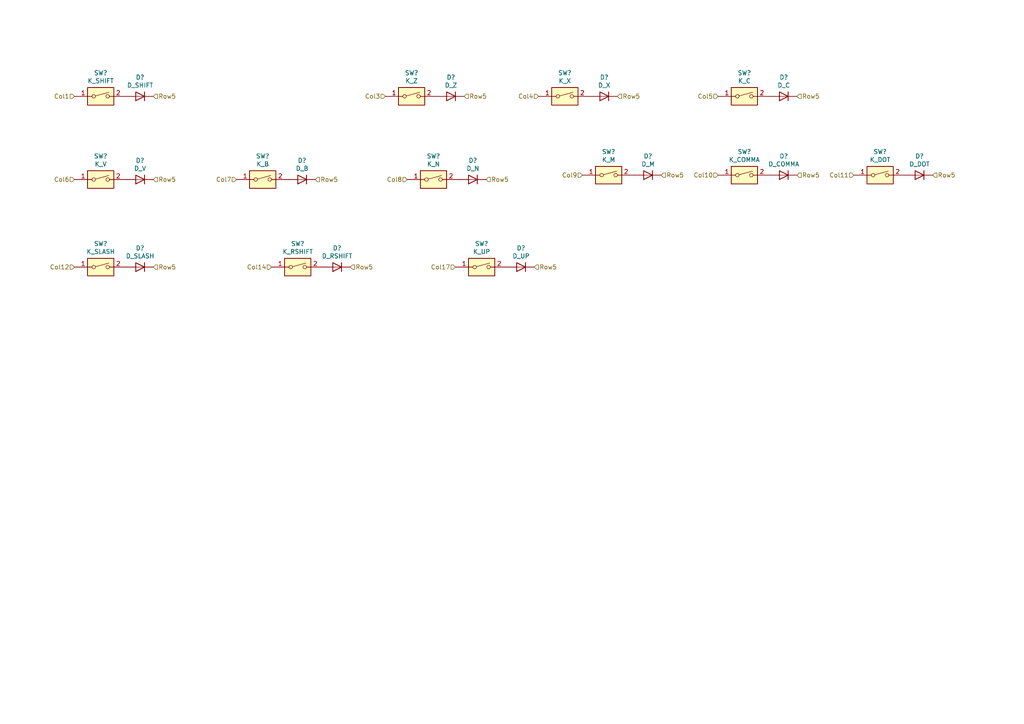
<source format=kicad_sch>
(kicad_sch (version 20230121) (generator eeschema)
  (paper "A4")
  (lib_symbols
    (symbol "Device:D" (pin_numbers hide) (pin_names (offset 1.016) hide)
      (property "Reference" "D" (at 0 2.54 0))
      (property "Value" "D" (at 0 -2.54 0))
      (symbol "D_0_1"
        (polyline (pts (xy -1.27 1.27) (xy -1.27 -1.27)) (stroke (width 0.254)))
        (polyline (pts (xy 1.27 0) (xy -1.27 0)))
        (polyline (pts (xy 1.27 1.27) (xy 1.27 -1.27) (xy -1.27 0) (xy 1.27 1.27)) (stroke (width 0.254)))
      )
      (symbol "D_1_1"
        (pin passive line (at -3.81 0 0) (length 2.54) (name "K") (number "1"))
        (pin passive line (at 3.81 0 180) (length 2.54) (name "A") (number "2"))
      )
    )
    (symbol "Switch:SW_DIP_x01" (pin_names (offset 0) hide)
      (property "Reference" "SW" (at 0 3.81 0))
      (property "Value" "SW_DIP_x01" (at 0 -3.81 0))
      (symbol "SW_DIP_x01_0_0"
        (circle (center -2.032 0) (radius 0.508))
        (polyline (pts (xy -1.524 0.127) (xy 2.3622 1.1684)))
        (circle (center 2.032 0) (radius 0.508))
      )
      (symbol "SW_DIP_x01_0_1"
        (rectangle (start -3.81 2.54) (end 3.81 -2.54) (stroke (width 0.254)) (fill (type background)))
      )
      (symbol "SW_DIP_x01_1_1"
        (pin passive line (at -7.62 0 0) (length 5.08) (name "~") (number "1"))
        (pin passive line (at 7.62 0 180) (length 5.08) (name "~") (number "2"))
      )
    )
  )
  (hierarchical_label "Col1" (shape input) (at 21.59 27.94 180))
  (hierarchical_label "Col4" (shape input) (at 156.21 27.94 180))
  (hierarchical_label "Row5" (shape input) (at 231.14 50.8 0))
  (hierarchical_label "Row5" (shape input) (at 231.14 27.94 0))
  (hierarchical_label "Col9" (shape input) (at 168.91 50.8 180))
  (hierarchical_label "Row5" (shape input) (at 91.44 52.07 0))
  (hierarchical_label "Row5" (shape input) (at 270.51 50.8 0))
  (hierarchical_label "Col17" (shape input) (at 132.08 77.47 180))
  (hierarchical_label "Col8" (shape input) (at 118.11 52.07 180))
  (hierarchical_label "Col3" (shape input) (at 111.76 27.94 180))
  (hierarchical_label "Row5" (shape input) (at 154.94 77.47 0))
  (hierarchical_label "Col10" (shape input) (at 208.28 50.8 180))
  (hierarchical_label "Row5" (shape input) (at 44.45 27.94 0))
  (hierarchical_label "Col7" (shape input) (at 68.58 52.07 180))
  (hierarchical_label "Row5" (shape input) (at 101.6 77.47 0))
  (hierarchical_label "Row5" (shape input) (at 140.97 52.07 0))
  (hierarchical_label "Row5" (shape input) (at 44.45 77.47 0))
  (hierarchical_label "Col6" (shape input) (at 21.59 52.07 180))
  (hierarchical_label "Col12" (shape input) (at 21.59 77.47 180))
  (hierarchical_label "Row5" (shape input) (at 44.45 52.07 0))
  (hierarchical_label "Row5" (shape input) (at 191.77 50.8 0))
  (hierarchical_label "Row5" (shape input) (at 134.62 27.94 0))
  (hierarchical_label "Col5" (shape input) (at 208.28 27.94 180))
  (hierarchical_label "Col11" (shape input) (at 247.65 50.8 180))
  (hierarchical_label "Row5" (shape input) (at 179.07 27.94 0))
  (hierarchical_label "Col14" (shape input) (at 78.74 77.47 180))
  (symbol (lib_id "Switch:SW_DIP_x01") (at 119.38 27.94 0) (unit 1)
    (property "Reference" "SW?" (at 119.38 21.1582 0))
    (property "Value" "K_Z" (at 119.38 23.4696 0))
    (property "Footprint" "hotswap:Kailh_socket_MX" (effects hide))
    (instances (project "TKL" (path "" (reference "SW?") (unit 1)) (path "" (reference "SW?") (unit 1)) (path "" (reference "SW?") (unit 1)) (path "" (reference "SW?") (unit 1)) (path "" (reference "SW?") (unit 1)) (path "" (reference "SW69") (unit 1))))
  )
  (symbol (lib_id "Device:D") (at 175.26 27.94 180) (unit 1)
    (property "Reference" "D?" (at 175.26 22.4282 0))
    (property "Value" "D_X" (at 175.26 24.7396 0))
    (property "Footprint" "Diode_THT:D_DO-35_SOD27_P7.62mm_Horizontal" (effects hide))
    (instances (project "TKL" (path "" (reference "D?") (unit 1)) (path "" (reference "D?") (unit 1)) (path "" (reference "D?") (unit 1)) (path "" (reference "D?") (unit 1)) (path "" (reference "D?") (unit 1)) (path "" (reference "D72") (unit 1))))
  )
  (symbol (lib_id "Switch:SW_DIP_x01") (at 215.9 27.94 0) (unit 1)
    (property "Reference" "SW?" (at 215.9 21.1582 0))
    (property "Value" "K_C" (at 215.9 23.4696 0))
    (property "Footprint" "hotswap:Kailh_socket_MX" (effects hide))
    (instances (project "TKL" (path "" (reference "SW?") (unit 1)) (path "" (reference "SW?") (unit 1)) (path "" (reference "SW?") (unit 1)) (path "" (reference "SW?") (unit 1)) (path "" (reference "SW?") (unit 1)) (path "" (reference "SW74") (unit 1))))
  )
  (symbol (lib_id "Device:D") (at 40.64 52.07 180) (unit 1)
    (property "Reference" "D?" (at 40.64 46.5582 0))
    (property "Value" "D_V" (at 40.64 48.8696 0))
    (property "Footprint" "Diode_THT:D_DO-35_SOD27_P7.62mm_Horizontal" (effects hide))
    (instances (project "TKL" (path "" (reference "D?") (unit 1)) (path "" (reference "D?") (unit 1)) (path "" (reference "D?") (unit 1)) (path "" (reference "D?") (unit 1)) (path "" (reference "D?") (unit 1)) (path "" (reference "D65") (unit 1))))
  )
  (symbol (lib_id "Switch:SW_DIP_x01") (at 176.53 50.8 0) (unit 1)
    (property "Reference" "SW?" (at 176.53 44.0182 0))
    (property "Value" "K_M" (at 176.53 46.3296 0))
    (property "Footprint" "hotswap:Kailh_socket_MX" (effects hide))
    (instances (project "TKL" (path "" (reference "SW?") (unit 1)) (path "" (reference "SW?") (unit 1)) (path "" (reference "SW?") (unit 1)) (path "" (reference "SW?") (unit 1)) (path "" (reference "SW?") (unit 1)) (path "" (reference "SW73") (unit 1))))
  )
  (symbol (lib_id "Switch:SW_DIP_x01") (at 29.21 27.94 0) (unit 1)
    (property "Reference" "SW?" (at 29.21 21.1582 0))
    (property "Value" "K_SHIFT" (at 29.21 23.4696 0))
    (property "Footprint" "hotswap:Kailh_socket_MX" (effects hide))
    (instances (project "TKL" (path "" (reference "SW?") (unit 1)) (path "" (reference "SW?") (unit 1)) (path "" (reference "SW?") (unit 1)) (path "" (reference "SW?") (unit 1)) (path "" (reference "SW?") (unit 1)) (path "" (reference "SW64") (unit 1))))
  )
  (symbol (lib_id "Device:D") (at 40.64 27.94 180) (unit 1)
    (property "Reference" "D?" (at 40.64 22.4282 0))
    (property "Value" "D_SHIFT" (at 40.64 24.7396 0))
    (property "Footprint" "Diode_THT:D_DO-35_SOD27_P7.62mm_Horizontal" (effects hide))
    (instances (project "TKL" (path "" (reference "D?") (unit 1)) (path "" (reference "D?") (unit 1)) (path "" (reference "D?") (unit 1)) (path "" (reference "D?") (unit 1)) (path "" (reference "D?") (unit 1)) (path "" (reference "D64") (unit 1))))
  )
  (symbol (lib_id "Switch:SW_DIP_x01") (at 76.2 52.07 0) (unit 1)
    (property "Reference" "SW?" (at 76.2 45.2882 0))
    (property "Value" "K_B" (at 76.2 47.5996 0))
    (property "Footprint" "hotswap:Kailh_socket_MX" (effects hide))
    (instances (project "TKL" (path "" (reference "SW?") (unit 1)) (path "" (reference "SW?") (unit 1)) (path "" (reference "SW?") (unit 1)) (path "" (reference "SW?") (unit 1)) (path "" (reference "SW?") (unit 1)) (path "" (reference "SW67") (unit 1))))
  )
  (symbol (lib_id "Switch:SW_DIP_x01") (at 86.36 77.47 0) (unit 1)
    (property "Reference" "SW?" (at 86.36 70.6882 0))
    (property "Value" "K_RSHIFT" (at 86.36 72.9996 0))
    (property "Footprint" "hotswap:Kailh_socket_MX" (effects hide))
    (instances (project "TKL" (path "" (reference "SW?") (unit 1)) (path "" (reference "SW?") (unit 1)) (path "" (reference "SW?") (unit 1)) (path "" (reference "SW?") (unit 1)) (path "" (reference "SW?") (unit 1)) (path "" (reference "SW68") (unit 1))))
  )
  (symbol (lib_id "Device:D") (at 97.79 77.47 180) (unit 1)
    (property "Reference" "D?" (at 97.79 71.9582 0))
    (property "Value" "D_RSHIFT" (at 97.79 74.2696 0))
    (property "Footprint" "Diode_THT:D_DO-35_SOD27_P7.62mm_Horizontal" (effects hide))
    (instances (project "TKL" (path "" (reference "D?") (unit 1)) (path "" (reference "D?") (unit 1)) (path "" (reference "D?") (unit 1)) (path "" (reference "D?") (unit 1)) (path "" (reference "D?") (unit 1)) (path "" (reference "D68") (unit 1))))
  )
  (symbol (lib_id "Device:D") (at 266.7 50.8 180) (unit 1)
    (property "Reference" "D?" (at 266.7 45.2882 0))
    (property "Value" "D_DOT" (at 266.7 47.5996 0))
    (property "Footprint" "Diode_THT:D_DO-35_SOD27_P7.62mm_Horizontal" (effects hide))
    (instances (project "TKL" (path "" (reference "D?") (unit 1)) (path "" (reference "D?") (unit 1)) (path "" (reference "D?") (unit 1)) (path "" (reference "D?") (unit 1)) (path "" (reference "D?") (unit 1)) (path "" (reference "D76") (unit 1))))
  )
  (symbol (lib_id "Switch:SW_DIP_x01") (at 255.27 50.8 0) (unit 1)
    (property "Reference" "SW?" (at 255.27 44.0182 0))
    (property "Value" "K_DOT" (at 255.27 46.3296 0))
    (property "Footprint" "hotswap:Kailh_socket_MX" (effects hide))
    (instances (project "TKL" (path "" (reference "SW?") (unit 1)) (path "" (reference "SW?") (unit 1)) (path "" (reference "SW?") (unit 1)) (path "" (reference "SW?") (unit 1)) (path "" (reference "SW?") (unit 1)) (path "" (reference "SW76") (unit 1))))
  )
  (symbol (lib_id "Device:D") (at 151.13 77.47 180) (unit 1)
    (property "Reference" "D?" (at 151.13 71.9582 0))
    (property "Value" "D_UP" (at 151.13 74.2696 0))
    (property "Footprint" "Diode_THT:D_DO-35_SOD27_P7.62mm_Horizontal" (effects hide))
    (instances (project "TKL" (path "" (reference "D?") (unit 1)) (path "" (reference "D?") (unit 1)) (path "" (reference "D?") (unit 1)) (path "" (reference "D?") (unit 1)) (path "" (reference "D?") (unit 1)) (path "" (reference "D71") (unit 1))))
  )
  (symbol (lib_id "Switch:SW_DIP_x01") (at 139.7 77.47 0) (unit 1)
    (property "Reference" "SW?" (at 139.7 70.6882 0))
    (property "Value" "K_UP" (at 139.7 72.9996 0))
    (property "Footprint" "hotswap:Kailh_socket_MX" (effects hide))
    (instances (project "TKL" (path "" (reference "SW?") (unit 1)) (path "" (reference "SW?") (unit 1)) (path "" (reference "SW?") (unit 1)) (path "" (reference "SW?") (unit 1)) (path "" (reference "SW?") (unit 1)) (path "" (reference "SW71") (unit 1))))
  )
  (symbol (lib_id "Device:D") (at 130.81 27.94 180) (unit 1)
    (property "Reference" "D?" (at 130.81 22.4282 0))
    (property "Value" "D_Z" (at 130.81 24.7396 0))
    (property "Footprint" "Diode_THT:D_DO-35_SOD27_P7.62mm_Horizontal" (effects hide))
    (instances (project "TKL" (path "" (reference "D?") (unit 1)) (path "" (reference "D?") (unit 1)) (path "" (reference "D?") (unit 1)) (path "" (reference "D?") (unit 1)) (path "" (reference "D?") (unit 1)) (path "" (reference "D69") (unit 1))))
  )
  (symbol (lib_id "Switch:SW_DIP_x01") (at 163.83 27.94 0) (unit 1)
    (property "Reference" "SW?" (at 163.83 21.1582 0))
    (property "Value" "K_X" (at 163.83 23.4696 0))
    (property "Footprint" "hotswap:Kailh_socket_MX" (effects hide))
    (instances (project "TKL" (path "" (reference "SW?") (unit 1)) (path "" (reference "SW?") (unit 1)) (path "" (reference "SW?") (unit 1)) (path "" (reference "SW?") (unit 1)) (path "" (reference "SW?") (unit 1)) (path "" (reference "SW72") (unit 1))))
  )
  (symbol (lib_id "Device:D") (at 227.33 27.94 180) (unit 1)
    (property "Reference" "D?" (at 227.33 22.4282 0))
    (property "Value" "D_C" (at 227.33 24.7396 0))
    (property "Footprint" "Diode_THT:D_DO-35_SOD27_P7.62mm_Horizontal" (effects hide))
    (instances (project "TKL" (path "" (reference "D?") (unit 1)) (path "" (reference "D?") (unit 1)) (path "" (reference "D?") (unit 1)) (path "" (reference "D?") (unit 1)) (path "" (reference "D?") (unit 1)) (path "" (reference "D74") (unit 1))))
  )
  (symbol (lib_id "Switch:SW_DIP_x01") (at 29.21 52.07 0) (unit 1)
    (property "Reference" "SW?" (at 29.21 45.2882 0))
    (property "Value" "K_V" (at 29.21 47.5996 0))
    (property "Footprint" "hotswap:Kailh_socket_MX" (effects hide))
    (instances (project "TKL" (path "" (reference "SW?") (unit 1)) (path "" (reference "SW?") (unit 1)) (path "" (reference "SW?") (unit 1)) (path "" (reference "SW?") (unit 1)) (path "" (reference "SW?") (unit 1)) (path "" (reference "SW65") (unit 1))))
  )
  (symbol (lib_id "Device:D") (at 87.63 52.07 180) (unit 1)
    (property "Reference" "D?" (at 87.63 46.5582 0))
    (property "Value" "D_B" (at 87.63 48.8696 0))
    (property "Footprint" "Diode_THT:D_DO-35_SOD27_P7.62mm_Horizontal" (effects hide))
    (instances (project "TKL" (path "" (reference "D?") (unit 1)) (path "" (reference "D?") (unit 1)) (path "" (reference "D?") (unit 1)) (path "" (reference "D?") (unit 1)) (path "" (reference "D?") (unit 1)) (path "" (reference "D67") (unit 1))))
  )
  (symbol (lib_id "Switch:SW_DIP_x01") (at 125.73 52.07 0) (unit 1)
    (property "Reference" "SW?" (at 125.73 45.2882 0))
    (property "Value" "K_N" (at 125.73 47.5996 0))
    (property "Footprint" "hotswap:Kailh_socket_MX" (effects hide))
    (instances (project "TKL" (path "" (reference "SW?") (unit 1)) (path "" (reference "SW?") (unit 1)) (path "" (reference "SW?") (unit 1)) (path "" (reference "SW?") (unit 1)) (path "" (reference "SW?") (unit 1)) (path "" (reference "SW70") (unit 1))))
  )
  (symbol (lib_id "Device:D") (at 137.16 52.07 180) (unit 1)
    (property "Reference" "D?" (at 137.16 46.5582 0))
    (property "Value" "D_N" (at 137.16 48.8696 0))
    (property "Footprint" "Diode_THT:D_DO-35_SOD27_P7.62mm_Horizontal" (effects hide))
    (instances (project "TKL" (path "" (reference "D?") (unit 1)) (path "" (reference "D?") (unit 1)) (path "" (reference "D?") (unit 1)) (path "" (reference "D?") (unit 1)) (path "" (reference "D?") (unit 1)) (path "" (reference "D70") (unit 1))))
  )
  (symbol (lib_id "Device:D") (at 187.96 50.8 180) (unit 1)
    (property "Reference" "D?" (at 187.96 45.2882 0))
    (property "Value" "D_M" (at 187.96 47.5996 0))
    (property "Footprint" "Diode_THT:D_DO-35_SOD27_P7.62mm_Horizontal" (effects hide))
    (instances (project "TKL" (path "" (reference "D?") (unit 1)) (path "" (reference "D?") (unit 1)) (path "" (reference "D?") (unit 1)) (path "" (reference "D?") (unit 1)) (path "" (reference "D?") (unit 1)) (path "" (reference "D73") (unit 1))))
  )
  (symbol (lib_id "Switch:SW_DIP_x01") (at 215.9 50.8 0) (unit 1)
    (property "Reference" "SW?" (at 215.9 44.0182 0))
    (property "Value" "K_COMMA" (at 215.9 46.3296 0))
    (property "Footprint" "hotswap:Kailh_socket_MX" (effects hide))
    (instances (project "TKL" (path "" (reference "SW?") (unit 1)) (path "" (reference "SW?") (unit 1)) (path "" (reference "SW?") (unit 1)) (path "" (reference "SW?") (unit 1)) (path "" (reference "SW?") (unit 1)) (path "" (reference "SW75") (unit 1))))
  )
  (symbol (lib_id "Device:D") (at 227.33 50.8 180) (unit 1)
    (property "Reference" "D?" (at 227.33 45.2882 0))
    (property "Value" "D_COMMA" (at 227.33 47.5996 0))
    (property "Footprint" "Diode_THT:D_DO-35_SOD27_P7.62mm_Horizontal" (effects hide))
    (instances (project "TKL" (path "" (reference "D?") (unit 1)) (path "" (reference "D?") (unit 1)) (path "" (reference "D?") (unit 1)) (path "" (reference "D?") (unit 1)) (path "" (reference "D?") (unit 1)) (path "" (reference "D75") (unit 1))))
  )
  (symbol (lib_id "Switch:SW_DIP_x01") (at 29.21 77.47 0) (unit 1)
    (property "Reference" "SW?" (at 29.21 70.6882 0))
    (property "Value" "K_SLASH" (at 29.21 72.9996 0))
    (property "Footprint" "hotswap:Kailh_socket_MX" (effects hide))
    (instances (project "TKL" (path "" (reference "SW?") (unit 1)) (path "" (reference "SW?") (unit 1)) (path "" (reference "SW?") (unit 1)) (path "" (reference "SW?") (unit 1)) (path "" (reference "SW?") (unit 1)) (path "" (reference "SW66") (unit 1))))
  )
  (symbol (lib_id "Device:D") (at 40.64 77.47 180) (unit 1)
    (property "Reference" "D?" (at 40.64 71.9582 0))
    (property "Value" "D_SLASH" (at 40.64 74.2696 0))
    (property "Footprint" "Diode_THT:D_DO-35_SOD27_P7.62mm_Horizontal" (effects hide))
    (instances (project "TKL" (path "" (reference "D?") (unit 1)) (path "" (reference "D?") (unit 1)) (path "" (reference "D?") (unit 1)) (path "" (reference "D?") (unit 1)) (path "" (reference "D?") (unit 1)) (path "" (reference "D66") (unit 1))))
  )
)
</source>
